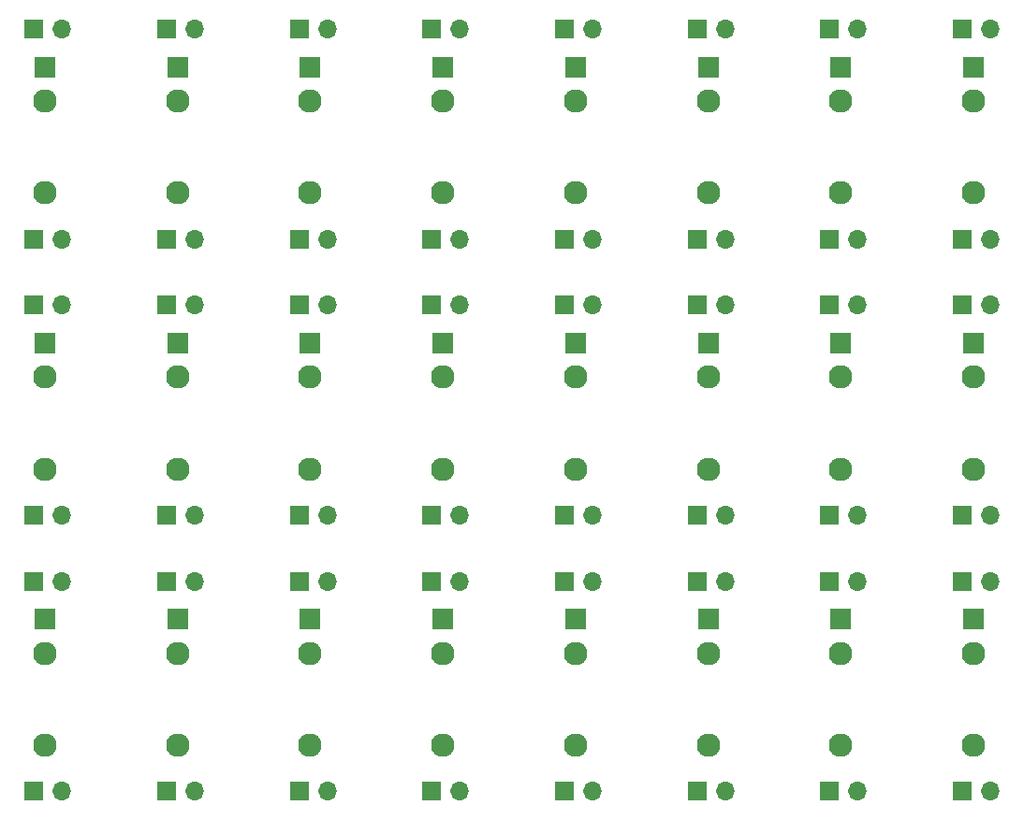
<source format=gbr>
%TF.GenerationSoftware,KiCad,Pcbnew,(6.0.0-0)*%
%TF.CreationDate,2022-11-30T22:12:16-05:00*%
%TF.ProjectId,AudioJack-Breakout,41756469-6f4a-4616-936b-2d427265616b,rev?*%
%TF.SameCoordinates,Original*%
%TF.FileFunction,Copper,L2,Bot*%
%TF.FilePolarity,Positive*%
%FSLAX46Y46*%
G04 Gerber Fmt 4.6, Leading zero omitted, Abs format (unit mm)*
G04 Created by KiCad (PCBNEW (6.0.0-0)) date 2022-11-30 22:12:16*
%MOMM*%
%LPD*%
G01*
G04 APERTURE LIST*
%TA.AperFunction,ComponentPad*%
%ADD10R,1.700000X1.700000*%
%TD*%
%TA.AperFunction,ComponentPad*%
%ADD11O,1.700000X1.700000*%
%TD*%
%TA.AperFunction,ComponentPad*%
%ADD12R,1.930000X1.830000*%
%TD*%
%TA.AperFunction,ComponentPad*%
%ADD13C,2.130000*%
%TD*%
G04 APERTURE END LIST*
D10*
%TO.P,J74,1,Pin_1*%
%TO.N,unconnected-(J8-Pad1)*%
X189000000Y-118000000D03*
D11*
%TO.P,J74,2,Pin_2*%
%TO.N,unconnected-(J8-Pad2)*%
X191540000Y-118000000D03*
%TD*%
D12*
%TO.P,J72,G*%
%TO.N,Net-(J3-PadG)*%
X190000000Y-121426000D03*
D13*
%TO.P,J72,S*%
%TO.N,Net-(J3-PadS)*%
X190000000Y-124526000D03*
%TO.P,J72,T*%
X190000000Y-132826000D03*
%TD*%
D10*
%TO.P,J73,1,Pin_1*%
%TO.N,Net-(J3-PadS)*%
X189000000Y-137000000D03*
D11*
%TO.P,J73,2,Pin_2*%
%TO.N,Net-(J3-PadG)*%
X191540000Y-137000000D03*
%TD*%
D10*
%TO.P,J71,1,Pin_1*%
%TO.N,unconnected-(J8-Pad1)*%
X177000000Y-118000000D03*
D11*
%TO.P,J71,2,Pin_2*%
%TO.N,unconnected-(J8-Pad2)*%
X179540000Y-118000000D03*
%TD*%
D12*
%TO.P,J69,G*%
%TO.N,Net-(J3-PadG)*%
X178000000Y-121426000D03*
D13*
%TO.P,J69,S*%
%TO.N,Net-(J3-PadS)*%
X178000000Y-124526000D03*
%TO.P,J69,T*%
X178000000Y-132826000D03*
%TD*%
D10*
%TO.P,J70,1,Pin_1*%
%TO.N,Net-(J3-PadS)*%
X177000000Y-137000000D03*
D11*
%TO.P,J70,2,Pin_2*%
%TO.N,Net-(J3-PadG)*%
X179540000Y-137000000D03*
%TD*%
D10*
%TO.P,J68,1,Pin_1*%
%TO.N,unconnected-(J8-Pad1)*%
X165000000Y-118000000D03*
D11*
%TO.P,J68,2,Pin_2*%
%TO.N,unconnected-(J8-Pad2)*%
X167540000Y-118000000D03*
%TD*%
D12*
%TO.P,J66,G*%
%TO.N,Net-(J3-PadG)*%
X166000000Y-121426000D03*
D13*
%TO.P,J66,S*%
%TO.N,Net-(J3-PadS)*%
X166000000Y-124526000D03*
%TO.P,J66,T*%
X166000000Y-132826000D03*
%TD*%
D10*
%TO.P,J67,1,Pin_1*%
%TO.N,Net-(J3-PadS)*%
X165000000Y-137000000D03*
D11*
%TO.P,J67,2,Pin_2*%
%TO.N,Net-(J3-PadG)*%
X167540000Y-137000000D03*
%TD*%
D10*
%TO.P,J65,1,Pin_1*%
%TO.N,unconnected-(J8-Pad1)*%
X153000000Y-118000000D03*
D11*
%TO.P,J65,2,Pin_2*%
%TO.N,unconnected-(J8-Pad2)*%
X155540000Y-118000000D03*
%TD*%
D12*
%TO.P,J63,G*%
%TO.N,Net-(J3-PadG)*%
X154000000Y-121426000D03*
D13*
%TO.P,J63,S*%
%TO.N,Net-(J3-PadS)*%
X154000000Y-124526000D03*
%TO.P,J63,T*%
X154000000Y-132826000D03*
%TD*%
D10*
%TO.P,J64,1,Pin_1*%
%TO.N,Net-(J3-PadS)*%
X153000000Y-137000000D03*
D11*
%TO.P,J64,2,Pin_2*%
%TO.N,Net-(J3-PadG)*%
X155540000Y-137000000D03*
%TD*%
D10*
%TO.P,J62,1,Pin_1*%
%TO.N,unconnected-(J8-Pad1)*%
X141000000Y-118000000D03*
D11*
%TO.P,J62,2,Pin_2*%
%TO.N,unconnected-(J8-Pad2)*%
X143540000Y-118000000D03*
%TD*%
D12*
%TO.P,J60,G*%
%TO.N,Net-(J3-PadG)*%
X142000000Y-121426000D03*
D13*
%TO.P,J60,S*%
%TO.N,Net-(J3-PadS)*%
X142000000Y-124526000D03*
%TO.P,J60,T*%
X142000000Y-132826000D03*
%TD*%
D10*
%TO.P,J61,1,Pin_1*%
%TO.N,Net-(J3-PadS)*%
X141000000Y-137000000D03*
D11*
%TO.P,J61,2,Pin_2*%
%TO.N,Net-(J3-PadG)*%
X143540000Y-137000000D03*
%TD*%
D10*
%TO.P,J59,1,Pin_1*%
%TO.N,unconnected-(J8-Pad1)*%
X129000000Y-118000000D03*
D11*
%TO.P,J59,2,Pin_2*%
%TO.N,unconnected-(J8-Pad2)*%
X131540000Y-118000000D03*
%TD*%
D12*
%TO.P,J57,G*%
%TO.N,Net-(J3-PadG)*%
X130000000Y-121426000D03*
D13*
%TO.P,J57,S*%
%TO.N,Net-(J3-PadS)*%
X130000000Y-124526000D03*
%TO.P,J57,T*%
X130000000Y-132826000D03*
%TD*%
D10*
%TO.P,J58,1,Pin_1*%
%TO.N,Net-(J3-PadS)*%
X129000000Y-137000000D03*
D11*
%TO.P,J58,2,Pin_2*%
%TO.N,Net-(J3-PadG)*%
X131540000Y-137000000D03*
%TD*%
D10*
%TO.P,J56,1,Pin_1*%
%TO.N,unconnected-(J8-Pad1)*%
X117000000Y-118000000D03*
D11*
%TO.P,J56,2,Pin_2*%
%TO.N,unconnected-(J8-Pad2)*%
X119540000Y-118000000D03*
%TD*%
D12*
%TO.P,J54,G*%
%TO.N,Net-(J3-PadG)*%
X118000000Y-121426000D03*
D13*
%TO.P,J54,S*%
%TO.N,Net-(J3-PadS)*%
X118000000Y-124526000D03*
%TO.P,J54,T*%
X118000000Y-132826000D03*
%TD*%
D10*
%TO.P,J55,1,Pin_1*%
%TO.N,Net-(J3-PadS)*%
X117000000Y-137000000D03*
D11*
%TO.P,J55,2,Pin_2*%
%TO.N,Net-(J3-PadG)*%
X119540000Y-137000000D03*
%TD*%
D10*
%TO.P,J53,1,Pin_1*%
%TO.N,unconnected-(J8-Pad1)*%
X105000000Y-118000000D03*
D11*
%TO.P,J53,2,Pin_2*%
%TO.N,unconnected-(J8-Pad2)*%
X107540000Y-118000000D03*
%TD*%
D12*
%TO.P,J51,G*%
%TO.N,Net-(J3-PadG)*%
X106000000Y-121426000D03*
D13*
%TO.P,J51,S*%
%TO.N,Net-(J3-PadS)*%
X106000000Y-124526000D03*
%TO.P,J51,T*%
X106000000Y-132826000D03*
%TD*%
D10*
%TO.P,J52,1,Pin_1*%
%TO.N,Net-(J3-PadS)*%
X105000000Y-137000000D03*
D11*
%TO.P,J52,2,Pin_2*%
%TO.N,Net-(J3-PadG)*%
X107540000Y-137000000D03*
%TD*%
D10*
%TO.P,J50,1,Pin_1*%
%TO.N,unconnected-(J8-Pad1)*%
X189000000Y-93000000D03*
D11*
%TO.P,J50,2,Pin_2*%
%TO.N,unconnected-(J8-Pad2)*%
X191540000Y-93000000D03*
%TD*%
D12*
%TO.P,J48,G*%
%TO.N,Net-(J3-PadG)*%
X190000000Y-96426000D03*
D13*
%TO.P,J48,S*%
%TO.N,Net-(J3-PadS)*%
X190000000Y-99526000D03*
%TO.P,J48,T*%
X190000000Y-107826000D03*
%TD*%
D10*
%TO.P,J49,1,Pin_1*%
%TO.N,Net-(J3-PadS)*%
X189000000Y-112000000D03*
D11*
%TO.P,J49,2,Pin_2*%
%TO.N,Net-(J3-PadG)*%
X191540000Y-112000000D03*
%TD*%
D10*
%TO.P,J47,1,Pin_1*%
%TO.N,unconnected-(J8-Pad1)*%
X177000000Y-93000000D03*
D11*
%TO.P,J47,2,Pin_2*%
%TO.N,unconnected-(J8-Pad2)*%
X179540000Y-93000000D03*
%TD*%
D12*
%TO.P,J45,G*%
%TO.N,Net-(J3-PadG)*%
X178000000Y-96426000D03*
D13*
%TO.P,J45,S*%
%TO.N,Net-(J3-PadS)*%
X178000000Y-99526000D03*
%TO.P,J45,T*%
X178000000Y-107826000D03*
%TD*%
D10*
%TO.P,J46,1,Pin_1*%
%TO.N,Net-(J3-PadS)*%
X177000000Y-112000000D03*
D11*
%TO.P,J46,2,Pin_2*%
%TO.N,Net-(J3-PadG)*%
X179540000Y-112000000D03*
%TD*%
D10*
%TO.P,J44,1,Pin_1*%
%TO.N,unconnected-(J8-Pad1)*%
X165000000Y-93000000D03*
D11*
%TO.P,J44,2,Pin_2*%
%TO.N,unconnected-(J8-Pad2)*%
X167540000Y-93000000D03*
%TD*%
D12*
%TO.P,J42,G*%
%TO.N,Net-(J3-PadG)*%
X166000000Y-96426000D03*
D13*
%TO.P,J42,S*%
%TO.N,Net-(J3-PadS)*%
X166000000Y-99526000D03*
%TO.P,J42,T*%
X166000000Y-107826000D03*
%TD*%
D10*
%TO.P,J43,1,Pin_1*%
%TO.N,Net-(J3-PadS)*%
X165000000Y-112000000D03*
D11*
%TO.P,J43,2,Pin_2*%
%TO.N,Net-(J3-PadG)*%
X167540000Y-112000000D03*
%TD*%
D10*
%TO.P,J41,1,Pin_1*%
%TO.N,unconnected-(J8-Pad1)*%
X153000000Y-93000000D03*
D11*
%TO.P,J41,2,Pin_2*%
%TO.N,unconnected-(J8-Pad2)*%
X155540000Y-93000000D03*
%TD*%
D12*
%TO.P,J39,G*%
%TO.N,Net-(J3-PadG)*%
X154000000Y-96426000D03*
D13*
%TO.P,J39,S*%
%TO.N,Net-(J3-PadS)*%
X154000000Y-99526000D03*
%TO.P,J39,T*%
X154000000Y-107826000D03*
%TD*%
D10*
%TO.P,J40,1,Pin_1*%
%TO.N,Net-(J3-PadS)*%
X153000000Y-112000000D03*
D11*
%TO.P,J40,2,Pin_2*%
%TO.N,Net-(J3-PadG)*%
X155540000Y-112000000D03*
%TD*%
D10*
%TO.P,J38,1,Pin_1*%
%TO.N,unconnected-(J8-Pad1)*%
X141000000Y-93000000D03*
D11*
%TO.P,J38,2,Pin_2*%
%TO.N,unconnected-(J8-Pad2)*%
X143540000Y-93000000D03*
%TD*%
D12*
%TO.P,J36,G*%
%TO.N,Net-(J3-PadG)*%
X142000000Y-96426000D03*
D13*
%TO.P,J36,S*%
%TO.N,Net-(J3-PadS)*%
X142000000Y-99526000D03*
%TO.P,J36,T*%
X142000000Y-107826000D03*
%TD*%
D10*
%TO.P,J37,1,Pin_1*%
%TO.N,Net-(J3-PadS)*%
X141000000Y-112000000D03*
D11*
%TO.P,J37,2,Pin_2*%
%TO.N,Net-(J3-PadG)*%
X143540000Y-112000000D03*
%TD*%
D10*
%TO.P,J35,1,Pin_1*%
%TO.N,unconnected-(J8-Pad1)*%
X129000000Y-93000000D03*
D11*
%TO.P,J35,2,Pin_2*%
%TO.N,unconnected-(J8-Pad2)*%
X131540000Y-93000000D03*
%TD*%
D12*
%TO.P,J33,G*%
%TO.N,Net-(J3-PadG)*%
X130000000Y-96426000D03*
D13*
%TO.P,J33,S*%
%TO.N,Net-(J3-PadS)*%
X130000000Y-99526000D03*
%TO.P,J33,T*%
X130000000Y-107826000D03*
%TD*%
D10*
%TO.P,J34,1,Pin_1*%
%TO.N,Net-(J3-PadS)*%
X129000000Y-112000000D03*
D11*
%TO.P,J34,2,Pin_2*%
%TO.N,Net-(J3-PadG)*%
X131540000Y-112000000D03*
%TD*%
D10*
%TO.P,J32,1,Pin_1*%
%TO.N,unconnected-(J8-Pad1)*%
X117000000Y-93000000D03*
D11*
%TO.P,J32,2,Pin_2*%
%TO.N,unconnected-(J8-Pad2)*%
X119540000Y-93000000D03*
%TD*%
D12*
%TO.P,J30,G*%
%TO.N,Net-(J3-PadG)*%
X118000000Y-96426000D03*
D13*
%TO.P,J30,S*%
%TO.N,Net-(J3-PadS)*%
X118000000Y-99526000D03*
%TO.P,J30,T*%
X118000000Y-107826000D03*
%TD*%
D10*
%TO.P,J31,1,Pin_1*%
%TO.N,Net-(J3-PadS)*%
X117000000Y-112000000D03*
D11*
%TO.P,J31,2,Pin_2*%
%TO.N,Net-(J3-PadG)*%
X119540000Y-112000000D03*
%TD*%
D10*
%TO.P,J29,1,Pin_1*%
%TO.N,unconnected-(J8-Pad1)*%
X105000000Y-93000000D03*
D11*
%TO.P,J29,2,Pin_2*%
%TO.N,unconnected-(J8-Pad2)*%
X107540000Y-93000000D03*
%TD*%
D12*
%TO.P,J27,G*%
%TO.N,Net-(J3-PadG)*%
X106000000Y-96426000D03*
D13*
%TO.P,J27,S*%
%TO.N,Net-(J3-PadS)*%
X106000000Y-99526000D03*
%TO.P,J27,T*%
X106000000Y-107826000D03*
%TD*%
D10*
%TO.P,J28,1,Pin_1*%
%TO.N,Net-(J3-PadS)*%
X105000000Y-112000000D03*
D11*
%TO.P,J28,2,Pin_2*%
%TO.N,Net-(J3-PadG)*%
X107540000Y-112000000D03*
%TD*%
D10*
%TO.P,J26,1,Pin_1*%
%TO.N,unconnected-(J8-Pad1)*%
X189000000Y-68000000D03*
D11*
%TO.P,J26,2,Pin_2*%
%TO.N,unconnected-(J8-Pad2)*%
X191540000Y-68000000D03*
%TD*%
D12*
%TO.P,J24,G*%
%TO.N,Net-(J3-PadG)*%
X190000000Y-71426000D03*
D13*
%TO.P,J24,S*%
%TO.N,Net-(J3-PadS)*%
X190000000Y-74526000D03*
%TO.P,J24,T*%
X190000000Y-82826000D03*
%TD*%
D10*
%TO.P,J25,1,Pin_1*%
%TO.N,Net-(J3-PadS)*%
X189000000Y-87000000D03*
D11*
%TO.P,J25,2,Pin_2*%
%TO.N,Net-(J3-PadG)*%
X191540000Y-87000000D03*
%TD*%
D10*
%TO.P,J23,1,Pin_1*%
%TO.N,unconnected-(J8-Pad1)*%
X177000000Y-68000000D03*
D11*
%TO.P,J23,2,Pin_2*%
%TO.N,unconnected-(J8-Pad2)*%
X179540000Y-68000000D03*
%TD*%
D12*
%TO.P,J21,G*%
%TO.N,Net-(J3-PadG)*%
X178000000Y-71426000D03*
D13*
%TO.P,J21,S*%
%TO.N,Net-(J3-PadS)*%
X178000000Y-74526000D03*
%TO.P,J21,T*%
X178000000Y-82826000D03*
%TD*%
D10*
%TO.P,J22,1,Pin_1*%
%TO.N,Net-(J3-PadS)*%
X177000000Y-87000000D03*
D11*
%TO.P,J22,2,Pin_2*%
%TO.N,Net-(J3-PadG)*%
X179540000Y-87000000D03*
%TD*%
D10*
%TO.P,J20,1,Pin_1*%
%TO.N,unconnected-(J8-Pad1)*%
X165000000Y-68000000D03*
D11*
%TO.P,J20,2,Pin_2*%
%TO.N,unconnected-(J8-Pad2)*%
X167540000Y-68000000D03*
%TD*%
D12*
%TO.P,J18,G*%
%TO.N,Net-(J3-PadG)*%
X166000000Y-71426000D03*
D13*
%TO.P,J18,S*%
%TO.N,Net-(J3-PadS)*%
X166000000Y-74526000D03*
%TO.P,J18,T*%
X166000000Y-82826000D03*
%TD*%
D10*
%TO.P,J19,1,Pin_1*%
%TO.N,Net-(J3-PadS)*%
X165000000Y-87000000D03*
D11*
%TO.P,J19,2,Pin_2*%
%TO.N,Net-(J3-PadG)*%
X167540000Y-87000000D03*
%TD*%
D10*
%TO.P,J17,1,Pin_1*%
%TO.N,unconnected-(J8-Pad1)*%
X153000000Y-68000000D03*
D11*
%TO.P,J17,2,Pin_2*%
%TO.N,unconnected-(J8-Pad2)*%
X155540000Y-68000000D03*
%TD*%
D12*
%TO.P,J15,G*%
%TO.N,Net-(J3-PadG)*%
X154000000Y-71426000D03*
D13*
%TO.P,J15,S*%
%TO.N,Net-(J3-PadS)*%
X154000000Y-74526000D03*
%TO.P,J15,T*%
X154000000Y-82826000D03*
%TD*%
D10*
%TO.P,J16,1,Pin_1*%
%TO.N,Net-(J3-PadS)*%
X153000000Y-87000000D03*
D11*
%TO.P,J16,2,Pin_2*%
%TO.N,Net-(J3-PadG)*%
X155540000Y-87000000D03*
%TD*%
D10*
%TO.P,J14,1,Pin_1*%
%TO.N,unconnected-(J8-Pad1)*%
X141000000Y-68000000D03*
D11*
%TO.P,J14,2,Pin_2*%
%TO.N,unconnected-(J8-Pad2)*%
X143540000Y-68000000D03*
%TD*%
D12*
%TO.P,J12,G*%
%TO.N,Net-(J3-PadG)*%
X142000000Y-71426000D03*
D13*
%TO.P,J12,S*%
%TO.N,Net-(J3-PadS)*%
X142000000Y-74526000D03*
%TO.P,J12,T*%
X142000000Y-82826000D03*
%TD*%
D10*
%TO.P,J13,1,Pin_1*%
%TO.N,Net-(J3-PadS)*%
X141000000Y-87000000D03*
D11*
%TO.P,J13,2,Pin_2*%
%TO.N,Net-(J3-PadG)*%
X143540000Y-87000000D03*
%TD*%
D10*
%TO.P,J11,1,Pin_1*%
%TO.N,unconnected-(J8-Pad1)*%
X129000000Y-68000000D03*
D11*
%TO.P,J11,2,Pin_2*%
%TO.N,unconnected-(J8-Pad2)*%
X131540000Y-68000000D03*
%TD*%
D12*
%TO.P,J7,G*%
%TO.N,Net-(J3-PadG)*%
X130000000Y-71426000D03*
D13*
%TO.P,J7,S*%
%TO.N,Net-(J3-PadS)*%
X130000000Y-74526000D03*
%TO.P,J7,T*%
X130000000Y-82826000D03*
%TD*%
D10*
%TO.P,J10,1,Pin_1*%
%TO.N,Net-(J3-PadS)*%
X129000000Y-87000000D03*
D11*
%TO.P,J10,2,Pin_2*%
%TO.N,Net-(J3-PadG)*%
X131540000Y-87000000D03*
%TD*%
D10*
%TO.P,J9,1,Pin_1*%
%TO.N,unconnected-(J8-Pad1)*%
X117000000Y-68000000D03*
D11*
%TO.P,J9,2,Pin_2*%
%TO.N,unconnected-(J8-Pad2)*%
X119540000Y-68000000D03*
%TD*%
D12*
%TO.P,J5,G*%
%TO.N,Net-(J3-PadG)*%
X118000000Y-71426000D03*
D13*
%TO.P,J5,S*%
%TO.N,Net-(J3-PadS)*%
X118000000Y-74526000D03*
%TO.P,J5,T*%
X118000000Y-82826000D03*
%TD*%
D10*
%TO.P,J6,1,Pin_1*%
%TO.N,Net-(J3-PadS)*%
X117000000Y-87000000D03*
D11*
%TO.P,J6,2,Pin_2*%
%TO.N,Net-(J3-PadG)*%
X119540000Y-87000000D03*
%TD*%
D10*
%TO.P,J4,1,Pin_1*%
%TO.N,Net-(J3-PadS)*%
X105000000Y-87000000D03*
D11*
%TO.P,J4,2,Pin_2*%
%TO.N,Net-(J3-PadG)*%
X107540000Y-87000000D03*
%TD*%
D12*
%TO.P,J3,G*%
%TO.N,Net-(J3-PadG)*%
X106000000Y-71426000D03*
D13*
%TO.P,J3,S*%
%TO.N,Net-(J3-PadS)*%
X106000000Y-74526000D03*
%TO.P,J3,T*%
X106000000Y-82826000D03*
%TD*%
D10*
%TO.P,J8,1,Pin_1*%
%TO.N,unconnected-(J8-Pad1)*%
X105000000Y-68000000D03*
D11*
%TO.P,J8,2,Pin_2*%
%TO.N,unconnected-(J8-Pad2)*%
X107540000Y-68000000D03*
%TD*%
M02*

</source>
